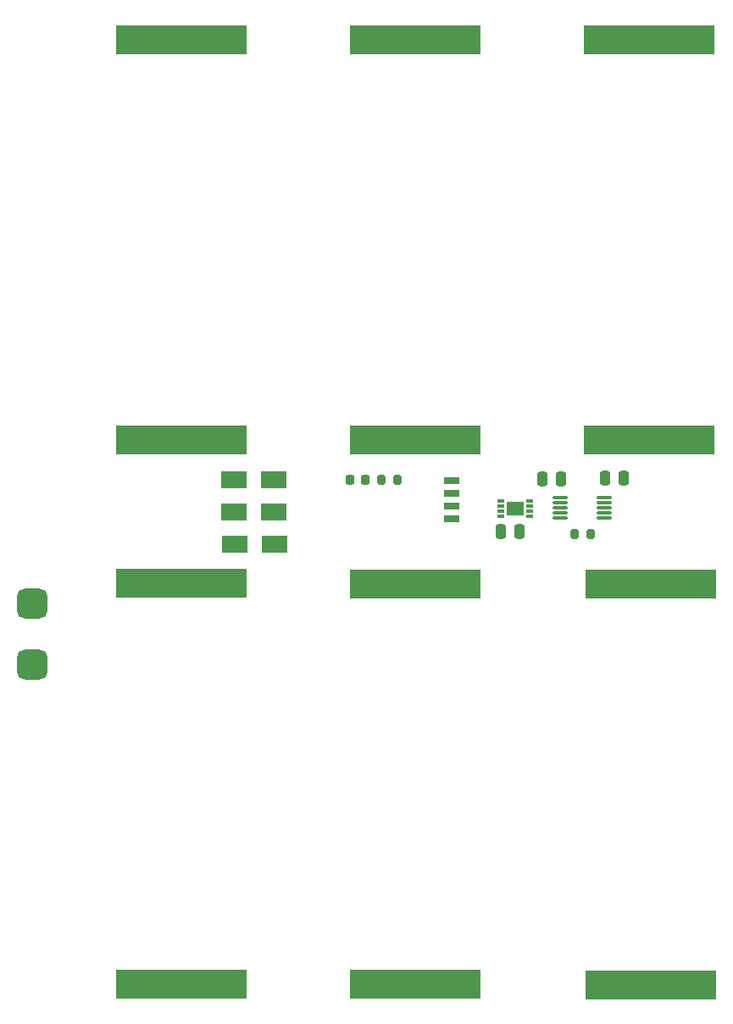
<source format=gbr>
%TF.GenerationSoftware,KiCad,Pcbnew,(6.0.7)*%
%TF.CreationDate,2023-01-31T02:47:43-08:00*%
%TF.ProjectId,solar-panel-NoCutout,736f6c61-722d-4706-916e-656c2d4e6f43,2.0*%
%TF.SameCoordinates,Original*%
%TF.FileFunction,Paste,Top*%
%TF.FilePolarity,Positive*%
%FSLAX46Y46*%
G04 Gerber Fmt 4.6, Leading zero omitted, Abs format (unit mm)*
G04 Created by KiCad (PCBNEW (6.0.7)) date 2023-01-31 02:47:43*
%MOMM*%
%LPD*%
G01*
G04 APERTURE LIST*
G04 Aperture macros list*
%AMRoundRect*
0 Rectangle with rounded corners*
0 $1 Rounding radius*
0 $2 $3 $4 $5 $6 $7 $8 $9 X,Y pos of 4 corners*
0 Add a 4 corners polygon primitive as box body*
4,1,4,$2,$3,$4,$5,$6,$7,$8,$9,$2,$3,0*
0 Add four circle primitives for the rounded corners*
1,1,$1+$1,$2,$3*
1,1,$1+$1,$4,$5*
1,1,$1+$1,$6,$7*
1,1,$1+$1,$8,$9*
0 Add four rect primitives between the rounded corners*
20,1,$1+$1,$2,$3,$4,$5,0*
20,1,$1+$1,$4,$5,$6,$7,0*
20,1,$1+$1,$6,$7,$8,$9,0*
20,1,$1+$1,$8,$9,$2,$3,0*%
G04 Aperture macros list end*
%ADD10R,0.750000X0.300000*%
%ADD11R,1.750000X1.450000*%
%ADD12R,13.000000X3.000000*%
%ADD13RoundRect,0.750000X0.750000X-0.750000X0.750000X0.750000X-0.750000X0.750000X-0.750000X-0.750000X0*%
%ADD14R,2.500000X1.700000*%
%ADD15RoundRect,0.250000X-0.250000X-0.475000X0.250000X-0.475000X0.250000X0.475000X-0.250000X0.475000X0*%
%ADD16RoundRect,0.250000X0.250000X0.475000X-0.250000X0.475000X-0.250000X-0.475000X0.250000X-0.475000X0*%
%ADD17R,1.600000X0.700000*%
%ADD18RoundRect,0.200000X0.200000X0.275000X-0.200000X0.275000X-0.200000X-0.275000X0.200000X-0.275000X0*%
%ADD19RoundRect,0.218750X-0.218750X-0.256250X0.218750X-0.256250X0.218750X0.256250X-0.218750X0.256250X0*%
%ADD20RoundRect,0.075000X-0.650000X-0.075000X0.650000X-0.075000X0.650000X0.075000X-0.650000X0.075000X0*%
G04 APERTURE END LIST*
D10*
%TO.C,U2*%
X155900000Y-115170000D03*
X155900000Y-114670000D03*
X155900000Y-114170000D03*
X155900000Y-113670000D03*
X153000000Y-113670000D03*
X153000000Y-114170000D03*
X153000000Y-114670000D03*
X153000000Y-115170000D03*
D11*
X154450000Y-114420000D03*
%TD*%
D12*
%TO.C,SC5*%
X167860000Y-67570000D03*
X167860000Y-107570000D03*
%TD*%
D13*
%TO.C,TP1*%
X106230000Y-123950000D03*
%TD*%
D14*
%TO.C,D3*%
X126400000Y-118000000D03*
X130400000Y-118000000D03*
%TD*%
D13*
%TO.C,TP2*%
X106220000Y-130030000D03*
%TD*%
D14*
%TO.C,D1*%
X126360000Y-111540000D03*
X130360000Y-111540000D03*
%TD*%
D12*
%TO.C,SC3*%
X144490000Y-67570000D03*
X144490000Y-107570000D03*
%TD*%
%TO.C,SC4*%
X144450000Y-121940000D03*
X144450000Y-161940000D03*
%TD*%
%TO.C,SC2*%
X121120000Y-121920000D03*
X121120000Y-161920000D03*
%TD*%
D14*
%TO.C,D2*%
X126360000Y-114750000D03*
X130360000Y-114750000D03*
%TD*%
D12*
%TO.C,SC6*%
X168000000Y-121970000D03*
X168000000Y-161970000D03*
%TD*%
D15*
%TO.C,C2*%
X153010000Y-116690000D03*
X154910000Y-116690000D03*
%TD*%
D16*
%TO.C,C5*%
X159050000Y-111450000D03*
X157150000Y-111450000D03*
%TD*%
D17*
%TO.C,IC1*%
X148075000Y-115430000D03*
X148075000Y-114160000D03*
X148075000Y-112890000D03*
X148075000Y-111620000D03*
%TD*%
D18*
%TO.C,R3*%
X161990000Y-116970000D03*
X160340000Y-116970000D03*
%TD*%
D15*
%TO.C,C3*%
X163410000Y-111380000D03*
X165310000Y-111380000D03*
%TD*%
D19*
%TO.C,D4*%
X137912500Y-111525000D03*
X139487500Y-111525000D03*
%TD*%
D12*
%TO.C,SC1*%
X121090000Y-67570000D03*
X121090000Y-107570000D03*
%TD*%
D18*
%TO.C,R1*%
X142725000Y-111550000D03*
X141075000Y-111550000D03*
%TD*%
D20*
%TO.C,U3*%
X158980000Y-113350000D03*
X158980000Y-113850000D03*
X158980000Y-114350000D03*
X158980000Y-114850000D03*
X158980000Y-115350000D03*
X163380000Y-115350000D03*
X163380000Y-114850000D03*
X163380000Y-114350000D03*
X163380000Y-113850000D03*
X163380000Y-113350000D03*
%TD*%
M02*

</source>
